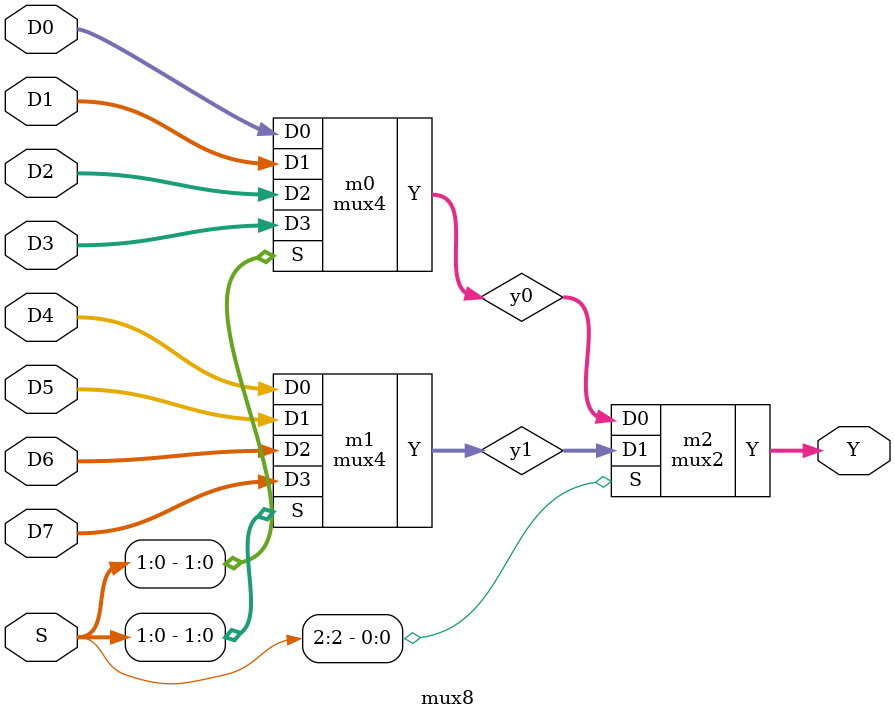
<source format=v>
module mux2(
  input [7:0]  D0, D1,
  input        S,
  output [7:0] Y
);

  assign Y = S ? D1 : D0;

endmodule


module mux4(
  input [7:0]  D0, D1, D2, D3,
  input [1:0]  S,
  output [7:0] Y
);

  wire [7:0]   y0, y1;

  mux2 m0(D0, D1, S[0], y0);
  mux2 m1(D2, D3, S[0], y1);
  mux2 m2(y0, y1, S[1], Y);

endmodule


module mux8(
  input [7:0]  D0, D1, D2, D3, D4, D5, D6, D7,
  input [2:0]  S,
  output [7:0] Y
);

  wire [7:0]   y0, y1;

  mux4 m0(D0, D1, D2, D3, S[1:0], y0);
  mux4 m1(D4, D5, D6, D7, S[1:0], y1);
  mux2 m2(y0, y1, S[2], Y);

endmodule

</source>
